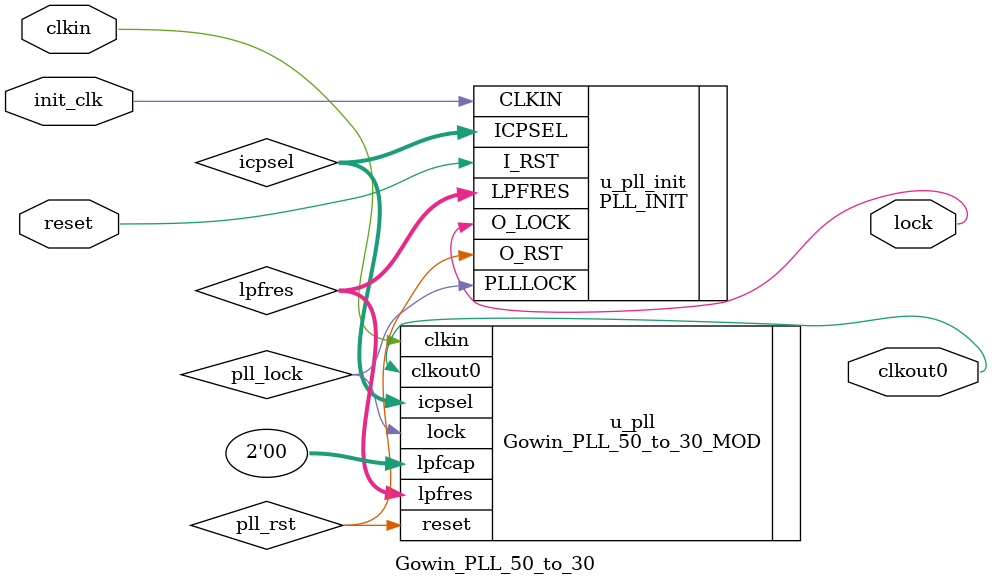
<source format=v>
module Gowin_PLL_50_to_30(
    clkin,
    clkout0,
    init_clk,
    lock,
    reset
);


input clkin;
input init_clk;
output clkout0;
output lock;
input reset;
wire [5:0] icpsel;
wire [2:0] lpfres;
wire pll_lock;
wire pll_rst;


    Gowin_PLL_50_to_30_MOD u_pll(
        .clkout0(clkout0),
        .lock(pll_lock),
        .clkin(clkin),
        .reset(pll_rst),
        .icpsel(icpsel),
        .lpfres(lpfres),
        .lpfcap(2'b00)
    );


    PLL_INIT u_pll_init(
        .CLKIN(init_clk),
        .I_RST(reset),
        .O_RST(pll_rst),
        .PLLLOCK(pll_lock),
        .O_LOCK(lock),
        .ICPSEL(icpsel),
        .LPFRES(lpfres)
    );
    defparam u_pll_init.CLK_PERIOD = 20;
    defparam u_pll_init.MULTI_FAC = 15;


endmodule

</source>
